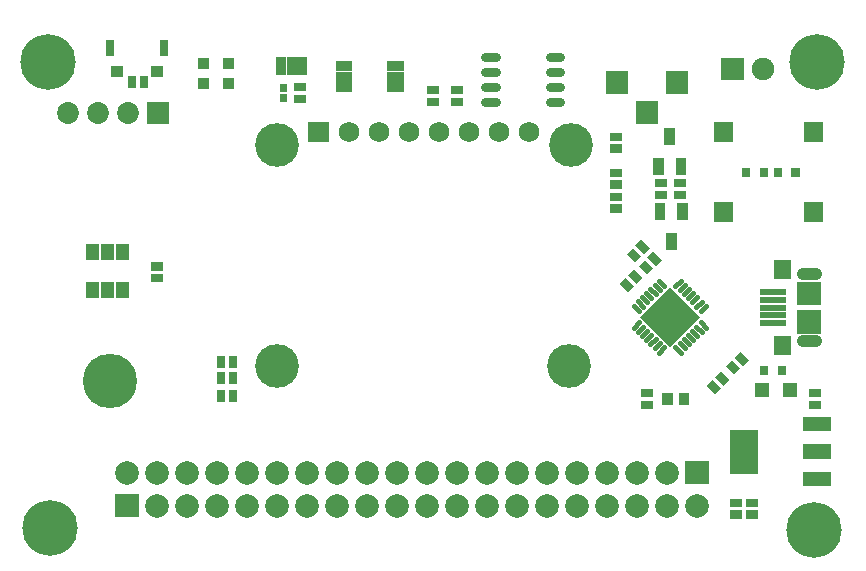
<source format=gts>
G04 Layer: TopSolderMaskLayer*
G04 EasyEDA v6.4.17, 2021-08-18T09:55:10--4:00*
G04 6e8a5ac20ec34cd9bcedad4da788ba3a,10*
G04 Gerber Generator version 0.2*
G04 Scale: 100 percent, Rotated: No, Reflected: No *
G04 Dimensions in millimeters *
G04 leading zeros omitted , absolute positions ,4 integer and 5 decimal *
%FSLAX45Y45*%
%MOMM*%

%ADD70C,1.0516*%
%ADD71C,0.8032*%
%ADD72C,0.3816*%
%ADD73C,4.7032*%
%ADD74C,4.6032*%
%ADD82C,1.9016*%
%ADD88R,1.4732X0.8382*%
%ADD92R,2.4032X3.7032*%
%ADD93R,2.4032X1.3032*%
%ADD94C,2.0032*%
%ADD98C,3.7032*%
%ADD99C,1.7432*%
%ADD102C,1.8542*%

%LPD*%
D70*
X7336502Y7578801D02*
G01*
X7446502Y7578801D01*
X7336502Y8143798D02*
G01*
X7446502Y8143798D01*
D71*
X4737712Y9982200D02*
G01*
X4645708Y9982200D01*
X4737712Y9855200D02*
G01*
X4645708Y9855200D01*
X4737712Y9728200D02*
G01*
X4645708Y9728200D01*
X4737712Y9601200D02*
G01*
X4645708Y9601200D01*
X5285691Y9982200D02*
G01*
X5193690Y9982200D01*
X5285691Y9855200D02*
G01*
X5193690Y9855200D01*
X5285691Y9728200D02*
G01*
X5193690Y9728200D01*
X5285691Y9601200D02*
G01*
X5193690Y9601200D01*
D72*
X6515150Y7692567D02*
G01*
X6471310Y7736408D01*
X6479768Y7657185D02*
G01*
X6435928Y7701026D01*
X6444386Y7621803D02*
G01*
X6400545Y7665643D01*
X6409004Y7586421D02*
G01*
X6365163Y7630261D01*
X6373622Y7551038D02*
G01*
X6329781Y7594879D01*
X6338239Y7515656D02*
G01*
X6294399Y7559497D01*
X6302857Y7480274D02*
G01*
X6259017Y7524114D01*
X6161608Y7524089D02*
G01*
X6117767Y7480249D01*
X6126225Y7559471D02*
G01*
X6082385Y7515631D01*
X6090843Y7594854D02*
G01*
X6047003Y7551013D01*
X6055461Y7630236D02*
G01*
X6011621Y7586395D01*
X6020079Y7665618D02*
G01*
X5976238Y7621778D01*
X5984697Y7701000D02*
G01*
X5940856Y7657160D01*
X5949315Y7736382D02*
G01*
X5905474Y7692542D01*
X5949315Y7833817D02*
G01*
X5905474Y7877657D01*
X5984697Y7869199D02*
G01*
X5940856Y7913039D01*
X6020079Y7904581D02*
G01*
X5976238Y7948421D01*
X6055461Y7939963D02*
G01*
X6011621Y7983804D01*
X6090843Y7975345D02*
G01*
X6047003Y8019186D01*
X6126225Y8010728D02*
G01*
X6082385Y8054568D01*
X6161608Y8046110D02*
G01*
X6117767Y8089950D01*
X6302857Y8089925D02*
G01*
X6259017Y8046085D01*
X6338239Y8054543D02*
G01*
X6294399Y8010702D01*
X6373622Y8019161D02*
G01*
X6329781Y7975320D01*
X6409004Y7983778D02*
G01*
X6365163Y7939938D01*
X6444386Y7948396D02*
G01*
X6400545Y7904556D01*
X6479768Y7913014D02*
G01*
X6435928Y7869173D01*
X6515150Y7877632D02*
G01*
X6471310Y7833791D01*
D73*
G01*
X7454900Y9944100D03*
G01*
X7429500Y5981700D03*
G01*
X965200Y5994400D03*
G01*
X950010Y9940010D03*
D74*
G01*
X1469999Y7239990D03*
G36*
X2908045Y9603486D02*
G01*
X2908045Y9670034D01*
X2972054Y9670034D01*
X2972054Y9603486D01*
G37*
G36*
X2908045Y9689845D02*
G01*
X2908045Y9756647D01*
X2972054Y9756647D01*
X2972054Y9689845D01*
G37*
G36*
X6145022Y7039863D02*
G01*
X6145022Y7140194D01*
X6235191Y7140194D01*
X6235191Y7039863D01*
G37*
G36*
X6284975Y7039863D02*
G01*
X6284975Y7140194D01*
X6375145Y7140194D01*
X6375145Y7039863D01*
G37*
G36*
X1819910Y9815068D02*
G01*
X1819910Y9905237D01*
X1919986Y9905237D01*
X1919986Y9815068D01*
G37*
G36*
X1480057Y9815068D02*
G01*
X1480057Y9905237D01*
X1580134Y9905237D01*
X1580134Y9815068D01*
G37*
G36*
X1894839Y9994900D02*
G01*
X1894839Y10125202D01*
X1965197Y10125202D01*
X1965197Y9994900D01*
G37*
G36*
X1434845Y9994900D02*
G01*
X1434845Y10125202D01*
X1505204Y10125202D01*
X1505204Y9994900D01*
G37*
G36*
X1267968Y7941310D02*
G01*
X1267968Y8078470D01*
X1378204Y8078470D01*
X1378204Y7941310D01*
G37*
G36*
X1394968Y7941310D02*
G01*
X1394968Y8078470D01*
X1505204Y8078470D01*
X1505204Y7941310D01*
G37*
G36*
X1521968Y7941310D02*
G01*
X1521968Y8078470D01*
X1632204Y8078470D01*
X1632204Y7941310D01*
G37*
G36*
X1521968Y8261350D02*
G01*
X1521968Y8398510D01*
X1632204Y8398510D01*
X1632204Y8261350D01*
G37*
G36*
X1394968Y8261350D02*
G01*
X1394968Y8398510D01*
X1505204Y8398510D01*
X1505204Y8261350D01*
G37*
G36*
X1267968Y8261350D02*
G01*
X1267968Y8398510D01*
X1378204Y8398510D01*
X1378204Y8261350D01*
G37*
G36*
X1819910Y8174736D02*
G01*
X1819910Y8245094D01*
X1920239Y8245094D01*
X1920239Y8174736D01*
G37*
G36*
X1819910Y8074913D02*
G01*
X1819910Y8145271D01*
X1920239Y8145271D01*
X1920239Y8074913D01*
G37*
G36*
X2431541Y9882631D02*
G01*
X2431541Y9972547D01*
X2521458Y9972547D01*
X2521458Y9882631D01*
G37*
G36*
X2431541Y9712452D02*
G01*
X2431541Y9802368D01*
X2521458Y9802368D01*
X2521458Y9712452D01*
G37*
G36*
X2215641Y9882631D02*
G01*
X2215641Y9972547D01*
X2305558Y9972547D01*
X2305558Y9882631D01*
G37*
G36*
X2215641Y9712452D02*
G01*
X2215641Y9802368D01*
X2305558Y9802368D01*
X2305558Y9712452D01*
G37*
D82*
G01*
X6997700Y9880600D03*
G36*
X6648704Y9785604D02*
G01*
X6648704Y9975595D01*
X6838695Y9975595D01*
X6838695Y9785604D01*
G37*
G36*
X2879090Y9832339D02*
G01*
X2879090Y9979660D01*
X2962909Y9979660D01*
X2962909Y9832339D01*
G37*
G36*
X2967990Y9832339D02*
G01*
X2967990Y9979660D01*
X3051809Y9979660D01*
X3051809Y9832339D01*
G37*
G36*
X3056890Y9832339D02*
G01*
X3056890Y9979660D01*
X3140709Y9979660D01*
X3140709Y9832339D01*
G37*
G36*
X7096506Y7461250D02*
G01*
X7096506Y7621270D01*
X7236713Y7621270D01*
X7236713Y7461250D01*
G37*
G36*
X7096506Y8101329D02*
G01*
X7096506Y8261350D01*
X7236713Y8261350D01*
X7236713Y8101329D01*
G37*
G36*
X7291324Y7641336D02*
G01*
X7291324Y7841487D01*
X7491475Y7841487D01*
X7491475Y7641336D01*
G37*
G36*
X7291324Y7881112D02*
G01*
X7291324Y8081263D01*
X7491475Y8081263D01*
X7491475Y7881112D01*
G37*
G36*
X6976363Y7706105D02*
G01*
X6976363Y7756397D01*
X7196581Y7756397D01*
X7196581Y7706105D01*
G37*
G36*
X6976363Y7771129D02*
G01*
X6976363Y7821421D01*
X7196581Y7821421D01*
X7196581Y7771129D01*
G37*
G36*
X6976363Y7836154D02*
G01*
X6976363Y7886445D01*
X7196581Y7886445D01*
X7196581Y7836154D01*
G37*
G36*
X6976363Y7901178D02*
G01*
X6976363Y7951470D01*
X7196581Y7951470D01*
X7196581Y7901178D01*
G37*
G36*
X6976363Y7966202D02*
G01*
X6976363Y8016494D01*
X7196581Y8016494D01*
X7196581Y7966202D01*
G37*
D88*
G01*
X3454400Y9728200D03*
G01*
X3454400Y9817100D03*
G01*
X3454400Y9906000D03*
G36*
X3812540Y9864089D02*
G01*
X3812540Y9947910D01*
X3959859Y9947910D01*
X3959859Y9864089D01*
G37*
G36*
X3812540Y9775189D02*
G01*
X3812540Y9859010D01*
X3959859Y9859010D01*
X3959859Y9775189D01*
G37*
G36*
X3812540Y9686289D02*
G01*
X3812540Y9770110D01*
X3959859Y9770110D01*
X3959859Y9686289D01*
G37*
G36*
X6824218Y8969247D02*
G01*
X6824218Y9039352D01*
X6894322Y9039352D01*
X6894322Y8969247D01*
G37*
G36*
X6974077Y8969247D02*
G01*
X6974077Y9039352D01*
X7044181Y9039352D01*
X7044181Y8969247D01*
G37*
G36*
X7240777Y8969247D02*
G01*
X7240777Y9039352D01*
X7310881Y9039352D01*
X7310881Y8969247D01*
G37*
G36*
X7090918Y8969247D02*
G01*
X7090918Y9039352D01*
X7161022Y9039352D01*
X7161022Y8969247D01*
G37*
G36*
X6976618Y7292847D02*
G01*
X6976618Y7362952D01*
X7046722Y7362952D01*
X7046722Y7292847D01*
G37*
G36*
X7126477Y7292847D02*
G01*
X7126477Y7362952D01*
X7196581Y7362952D01*
X7196581Y7292847D01*
G37*
G36*
X5918961Y8248142D02*
G01*
X5847841Y8319262D01*
X5897625Y8368792D01*
X5968491Y8297926D01*
G37*
G36*
X5989574Y8319008D02*
G01*
X5918708Y8389874D01*
X5968238Y8439658D01*
X6039358Y8368537D01*
G37*
G36*
X6858761Y6074410D02*
G01*
X6858761Y6144768D01*
X6959091Y6144768D01*
X6959091Y6074410D01*
G37*
G36*
X6858761Y6174231D02*
G01*
X6858761Y6244589D01*
X6959091Y6244589D01*
X6959091Y6174231D01*
G37*
G36*
X5702808Y8968231D02*
G01*
X5702808Y9038589D01*
X5803138Y9038589D01*
X5803138Y8968231D01*
G37*
G36*
X5702808Y8868410D02*
G01*
X5702808Y8938768D01*
X5803138Y8938768D01*
X5803138Y8868410D01*
G37*
G36*
X2478531Y7214362D02*
G01*
X2478531Y7314692D01*
X2548890Y7314692D01*
X2548890Y7214362D01*
G37*
G36*
X2378709Y7214362D02*
G01*
X2378709Y7314692D01*
X2449068Y7314692D01*
X2449068Y7214362D01*
G37*
G36*
X5702808Y8765031D02*
G01*
X5702808Y8835389D01*
X5803138Y8835389D01*
X5803138Y8765031D01*
G37*
G36*
X5702808Y8665210D02*
G01*
X5702808Y8735568D01*
X5803138Y8735568D01*
X5803138Y8665210D01*
G37*
G36*
X7348220Y9262110D02*
G01*
X7348220Y9432289D01*
X7508747Y9432289D01*
X7508747Y9262110D01*
G37*
G36*
X6588252Y9262110D02*
G01*
X6588252Y9432289D01*
X6748779Y9432289D01*
X6748779Y9262110D01*
G37*
G36*
X7348220Y8589010D02*
G01*
X7348220Y8759189D01*
X7508747Y8759189D01*
X7508747Y8589010D01*
G37*
G36*
X6588252Y8589010D02*
G01*
X6588252Y8759189D01*
X6748779Y8759189D01*
X6748779Y8589010D01*
G37*
G36*
X6827774Y7366508D02*
G01*
X6756908Y7437373D01*
X6806438Y7487158D01*
X6877558Y7416037D01*
G37*
G36*
X6757161Y7295642D02*
G01*
X6686041Y7366762D01*
X6735825Y7416292D01*
X6806691Y7345426D01*
G37*
D92*
G01*
X6840220Y6642100D03*
D93*
G01*
X7459979Y6872096D03*
G36*
X7339838Y6576821D02*
G01*
X7339838Y6707378D01*
X7580122Y6707378D01*
X7580122Y6576821D01*
G37*
G01*
X7459979Y6412103D03*
G36*
X6662674Y7201408D02*
G01*
X6591808Y7272273D01*
X6641338Y7322058D01*
X6712458Y7250937D01*
G37*
G36*
X6592061Y7130542D02*
G01*
X6520941Y7201662D01*
X6570725Y7251192D01*
X6641591Y7180326D01*
G37*
D94*
G01*
X6438900Y6184900D03*
G01*
X6184900Y6184900D03*
G01*
X5930900Y6184900D03*
G01*
X5676900Y6184900D03*
G01*
X5422900Y6184900D03*
G01*
X5168900Y6184900D03*
G01*
X4914900Y6184900D03*
G01*
X4660900Y6184900D03*
G01*
X4406900Y6184900D03*
G01*
X4152900Y6184900D03*
G01*
X3898900Y6184900D03*
G01*
X3644900Y6184900D03*
G01*
X3390900Y6184900D03*
G01*
X3136900Y6184900D03*
G01*
X2882900Y6184900D03*
G01*
X2628900Y6184900D03*
G01*
X2374900Y6184900D03*
G01*
X2120900Y6184900D03*
G01*
X1866900Y6184900D03*
G36*
X1512823Y6084823D02*
G01*
X1512823Y6284976D01*
X1712976Y6284976D01*
X1712976Y6084823D01*
G37*
G01*
X1612900Y6464300D03*
G01*
X1866900Y6464300D03*
G01*
X2120900Y6464300D03*
G01*
X2374900Y6464300D03*
G01*
X2628900Y6464300D03*
G01*
X2882900Y6464300D03*
G01*
X3136900Y6464300D03*
G01*
X3390900Y6464300D03*
G01*
X3644900Y6464300D03*
G01*
X3898900Y6464300D03*
G01*
X4152900Y6464300D03*
G01*
X4406900Y6464300D03*
G01*
X4660900Y6464300D03*
G01*
X4914900Y6464300D03*
G01*
X5168900Y6464300D03*
G01*
X5422900Y6464300D03*
G01*
X5676900Y6464300D03*
G01*
X5930900Y6464300D03*
G01*
X6184900Y6464300D03*
G36*
X6338824Y6364223D02*
G01*
X6338824Y6564376D01*
X6538975Y6564376D01*
X6538975Y6364223D01*
G37*
G36*
X6931913Y7102602D02*
G01*
X6931913Y7222997D01*
X7052056Y7222997D01*
X7052056Y7102602D01*
G37*
G36*
X7171943Y7102602D02*
G01*
X7171943Y7222997D01*
X7292086Y7222997D01*
X7292086Y7102602D01*
G37*
G36*
X6210300Y7530337D02*
G01*
X5955538Y7785100D01*
X6210300Y8039862D01*
X6465061Y7785100D01*
G37*
D98*
G01*
X2886913Y9241586D03*
G01*
X5370906Y9241586D03*
G01*
X5359400Y7366000D03*
G01*
X2882900Y7366000D03*
D99*
G01*
X5016500Y9347200D03*
G01*
X4762500Y9347200D03*
G01*
X4508500Y9347200D03*
G01*
X3746500Y9347200D03*
G01*
X4000500Y9347200D03*
G01*
X4254500Y9347200D03*
G36*
X3151377Y9260078D02*
G01*
X3151377Y9434321D01*
X3325622Y9434321D01*
X3325622Y9260078D01*
G37*
G01*
X3492500Y9347200D03*
G36*
X6178804Y9671304D02*
G01*
X6178804Y9861295D01*
X6368795Y9861295D01*
X6368795Y9671304D01*
G37*
G36*
X5924804Y9417304D02*
G01*
X5924804Y9607295D01*
X6114795Y9607295D01*
X6114795Y9417304D01*
G37*
G36*
X5670804Y9671304D02*
G01*
X5670804Y9861295D01*
X5860795Y9861295D01*
X5860795Y9671304D01*
G37*
G36*
X2478531Y7061962D02*
G01*
X2478531Y7162037D01*
X2548890Y7162037D01*
X2548890Y7061962D01*
G37*
G36*
X2378709Y7061962D02*
G01*
X2378709Y7162037D01*
X2449068Y7162037D01*
X2449068Y7061962D01*
G37*
G36*
X6020561Y8146542D02*
G01*
X5949441Y8217662D01*
X5999225Y8267192D01*
X6070091Y8196326D01*
G37*
G36*
X6091174Y8217408D02*
G01*
X6020308Y8288273D01*
X6069838Y8338058D01*
X6140958Y8266937D01*
G37*
G36*
X5703061Y9273031D02*
G01*
X5703061Y9343389D01*
X5803138Y9343389D01*
X5803138Y9273031D01*
G37*
G36*
X5703061Y9173210D02*
G01*
X5703061Y9243568D01*
X5803138Y9243568D01*
X5803138Y9173210D01*
G37*
G36*
X1724913Y9719818D02*
G01*
X1724913Y9820147D01*
X1795271Y9820147D01*
X1795271Y9719818D01*
G37*
G36*
X1624837Y9719818D02*
G01*
X1624837Y9820147D01*
X1695195Y9820147D01*
X1695195Y9719818D01*
G37*
G36*
X2378709Y7354062D02*
G01*
X2378709Y7454137D01*
X2449068Y7454137D01*
X2449068Y7354062D01*
G37*
G36*
X2478531Y7354062D02*
G01*
X2478531Y7454137D01*
X2548890Y7454137D01*
X2548890Y7354062D01*
G37*
G36*
X4356861Y9666731D02*
G01*
X4356861Y9737089D01*
X4456938Y9737089D01*
X4456938Y9666731D01*
G37*
G36*
X4356861Y9566910D02*
G01*
X4356861Y9637268D01*
X4456938Y9637268D01*
X4456938Y9566910D01*
G37*
G36*
X4153661Y9666731D02*
G01*
X4153661Y9737089D01*
X4253738Y9737089D01*
X4253738Y9666731D01*
G37*
G36*
X4153661Y9566910D02*
G01*
X4153661Y9637268D01*
X4253738Y9637268D01*
X4253738Y9566910D01*
G37*
G36*
X5926074Y8065008D02*
G01*
X5855208Y8135873D01*
X5904738Y8185658D01*
X5975858Y8114537D01*
G37*
G36*
X5855461Y7994142D02*
G01*
X5784341Y8065262D01*
X5834125Y8114792D01*
X5904991Y8043926D01*
G37*
G36*
X6084061Y8879331D02*
G01*
X6084061Y8949689D01*
X6184138Y8949689D01*
X6184138Y8879331D01*
G37*
G36*
X6084061Y8779510D02*
G01*
X6084061Y8849868D01*
X6184138Y8849868D01*
X6184138Y8779510D01*
G37*
G36*
X6249161Y8779510D02*
G01*
X6249161Y8849868D01*
X6349238Y8849868D01*
X6349238Y8779510D01*
G37*
G36*
X6249161Y8879331D02*
G01*
X6249161Y8949689D01*
X6349238Y8949689D01*
X6349238Y8879331D01*
G37*
G36*
X3029965Y9594850D02*
G01*
X3029965Y9665208D01*
X3130041Y9665208D01*
X3130041Y9594850D01*
G37*
G36*
X3029965Y9694926D02*
G01*
X3029965Y9765284D01*
X3130041Y9765284D01*
X3130041Y9694926D01*
G37*
G36*
X6177788Y8349487D02*
G01*
X6177788Y8494776D01*
X6268211Y8494776D01*
X6268211Y8349487D01*
G37*
G36*
X6082791Y8599424D02*
G01*
X6082791Y8744712D01*
X6173215Y8744712D01*
X6173215Y8599424D01*
G37*
G36*
X6272784Y8599424D02*
G01*
X6272784Y8744712D01*
X6363208Y8744712D01*
X6363208Y8599424D01*
G37*
G36*
X6165088Y9234424D02*
G01*
X6165088Y9379712D01*
X6255511Y9379712D01*
X6255511Y9234424D01*
G37*
G36*
X6260084Y8984487D02*
G01*
X6260084Y9129776D01*
X6350508Y9129776D01*
X6350508Y8984487D01*
G37*
G36*
X6070091Y8984487D02*
G01*
X6070091Y9129776D01*
X6160515Y9129776D01*
X6160515Y8984487D01*
G37*
G36*
X5969508Y7101331D02*
G01*
X5969508Y7171689D01*
X6069838Y7171689D01*
X6069838Y7101331D01*
G37*
G36*
X5969508Y7001510D02*
G01*
X5969508Y7071868D01*
X6069838Y7071868D01*
X6069838Y7001510D01*
G37*
G36*
X7391908Y7101331D02*
G01*
X7391908Y7171689D01*
X7492238Y7171689D01*
X7492238Y7101331D01*
G37*
G36*
X7391908Y7001510D02*
G01*
X7391908Y7071868D01*
X7492238Y7071868D01*
X7492238Y7001510D01*
G37*
G36*
X6719061Y6074410D02*
G01*
X6719061Y6144768D01*
X6819391Y6144768D01*
X6819391Y6074410D01*
G37*
G36*
X6719061Y6174231D02*
G01*
X6719061Y6244589D01*
X6819391Y6244589D01*
X6819391Y6174231D01*
G37*
D102*
G01*
X1112520Y9505467D03*
G01*
X1366520Y9505467D03*
G01*
X1620520Y9505467D03*
G36*
X1781810Y9412731D02*
G01*
X1781810Y9598152D01*
X1967229Y9598152D01*
X1967229Y9412731D01*
G37*
M02*

</source>
